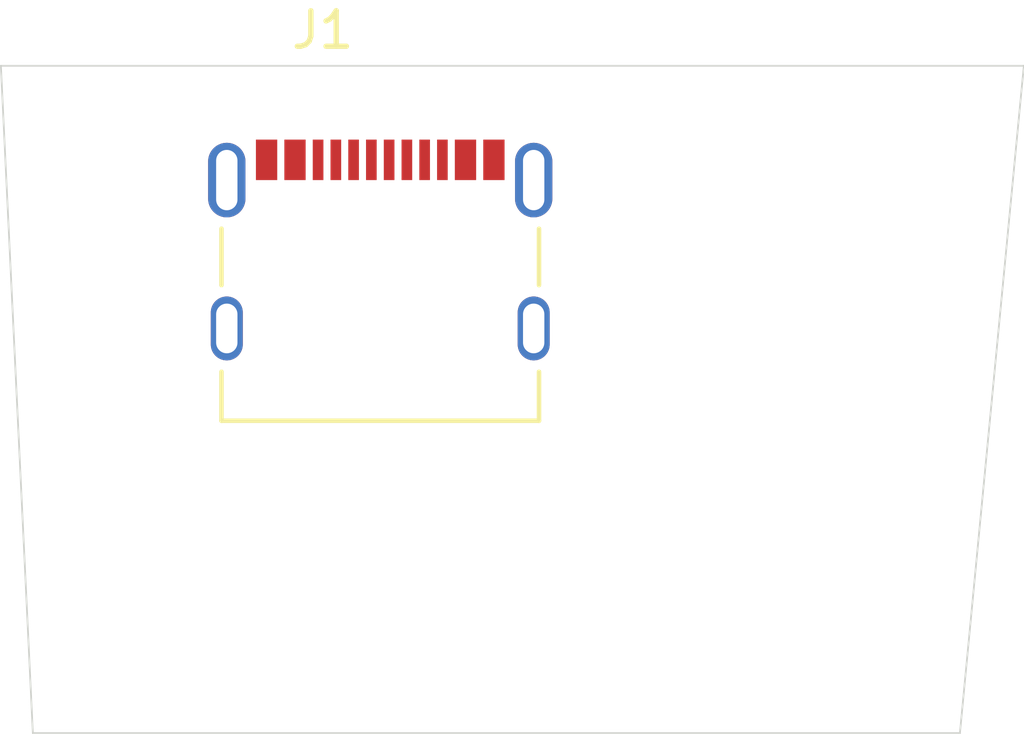
<source format=kicad_pcb>
(kicad_pcb (version 20241229) (generator "pcbnew") (generator_version "9.0")
  (layers (0 "F.Cu" signal) (2 "B.Cu" signal) (13 "F.Paste" user) (15 "B.Paste" user) (5 "F.SilkS" user "F.Silkscreen") (7 "B.SilkS" user "B.Silkscreen") (1 "F.Mask" user) (3 "B.Mask" user) (25 "Edge.Cuts" user))
  (net 0 "")
  (net 2 "GND")
  (net 3 "VBUS")
  (net 5 "Net-(J1-SHIELD-PadSH1)")
  (footprint "custom_library:usb_c_AMPHENOL_12402012E212A" (layer "F.Cu") (at 72.38 83.9)
    (property "Reference" "J1" (at -1.62 -8.405 0) (layer "F.SilkS"))
    (property "Value" "usb_c_12402012E212A")
    (fp_line (start -4.47 -2.81) (end -4.47 -1.22) (stroke (width 0.127)) (layer "F.SilkS"))
    (fp_line (start -4.47 2.6) (end -4.47 1.22) (stroke (width 0.127)) (layer "F.SilkS"))
    (fp_line (start 4.47 -2.81) (end 4.47 -1.22) (stroke (width 0.127)) (layer "F.SilkS"))
    (fp_line (start 4.47 2.6) (end -4.47 2.6) (stroke (width 0.127)) (layer "F.SilkS"))
    (fp_line (start 4.47 2.6) (end 4.47 1.22) (stroke (width 0.127)) (layer "F.SilkS"))
    (pad "" np_thru_hole circle (at -2.89 -3.68) (size 0.65 0.65) (drill 0.65) (layers "*.Cu" "*.Mask"))
    (pad "" np_thru_hole circle (at 2.89 -3.68) (size 0.65 0.65) (drill 0.65) (layers "*.Cu" "*.Mask"))
    (pad "A1_B12" smd rect (at -3.2 -4.75) (size 0.6 1.14) (layers "F.Cu" "F.Mask" "F.Paste") (net 2 "GND"))
    (pad "A4_B9" smd rect (at -2.4 -4.75) (size 0.6 1.14) (layers "F.Cu" "F.Mask" "F.Paste") (net 3 "VBUS"))
    (pad "A5" smd rect (at -1.25 -4.75) (size 0.3 1.14) (layers "F.Cu" "F.Mask" "F.Paste"))
    (pad "A6" smd rect (at -0.25 -4.75) (size 0.3 1.14) (layers "F.Cu" "F.Mask" "F.Paste"))
    (pad "A7" smd rect (at 0.25 -4.75) (size 0.3 1.14) (layers "F.Cu" "F.Mask" "F.Paste"))
    (pad "A8" smd rect (at 1.25 -4.75) (size 0.3 1.14) (layers "F.Cu" "F.Mask" "F.Paste"))
    (pad "B1_A12" smd rect (at 3.2 -4.75) (size 0.6 1.14) (layers "F.Cu" "F.Mask" "F.Paste") (net 2 "GND"))
    (pad "B4_A9" smd rect (at 2.4 -4.75) (size 0.6 1.14) (layers "F.Cu" "F.Mask" "F.Paste") (net 3 "VBUS"))
    (pad "B5" smd rect (at 1.75 -4.75) (size 0.3 1.14) (layers "F.Cu" "F.Mask" "F.Paste"))
    (pad "B6" smd rect (at 0.75 -4.75) (size 0.3 1.14) (layers "F.Cu" "F.Mask" "F.Paste"))
    (pad "B7" smd rect (at -0.75 -4.75) (size 0.3 1.14) (layers "F.Cu" "F.Mask" "F.Paste"))
    (pad "B8" smd rect (at -1.75 -4.75) (size 0.3 1.14) (layers "F.Cu" "F.Mask" "F.Paste"))
    (pad "SH1" thru_hole oval (at -4.32 -4.18) (size 1.05 2.1) (drill oval 0.6 1.7) (layers "*.Cu" "*.Mask") (net 5 "Net-(J1-SHIELD-PadSH1)"))
    (pad "SH2" thru_hole oval (at 4.32 -4.18) (size 1.05 2.1) (drill oval 0.6 1.7) (layers "*.Cu" "*.Mask") (net 5 "Net-(J1-SHIELD-PadSH1)"))
    (pad "SH3" thru_hole oval (at -4.32 0) (size 0.9 1.8) (drill oval 0.6 1.4) (layers "*.Cu" "*.Mask") (net 5 "Net-(J1-SHIELD-PadSH1)"))
    (pad "SH4" thru_hole oval (at 4.32 0) (size 0.9 1.8) (drill oval 0.6 1.4) (layers "*.Cu" "*.Mask") (net 5 "Net-(J1-SHIELD-PadSH1)"))
  )
  (gr_line (start 90.5 76.5) (end 88.7 95.3) (stroke (width 0.05)) (layer "Edge.Cuts"))
  (gr_line (start 62.6 95.3) (end 61.7 76.5) (stroke (width 0.05)) (layer "Edge.Cuts"))
  (gr_line (start 61.7 76.5) (end 90.5 76.5) (stroke (width 0.05)) (layer "Edge.Cuts"))
  (gr_line (start 88.7 95.3) (end 62.6 95.3) (stroke (width 0.05)) (layer "Edge.Cuts"))
)
</source>
